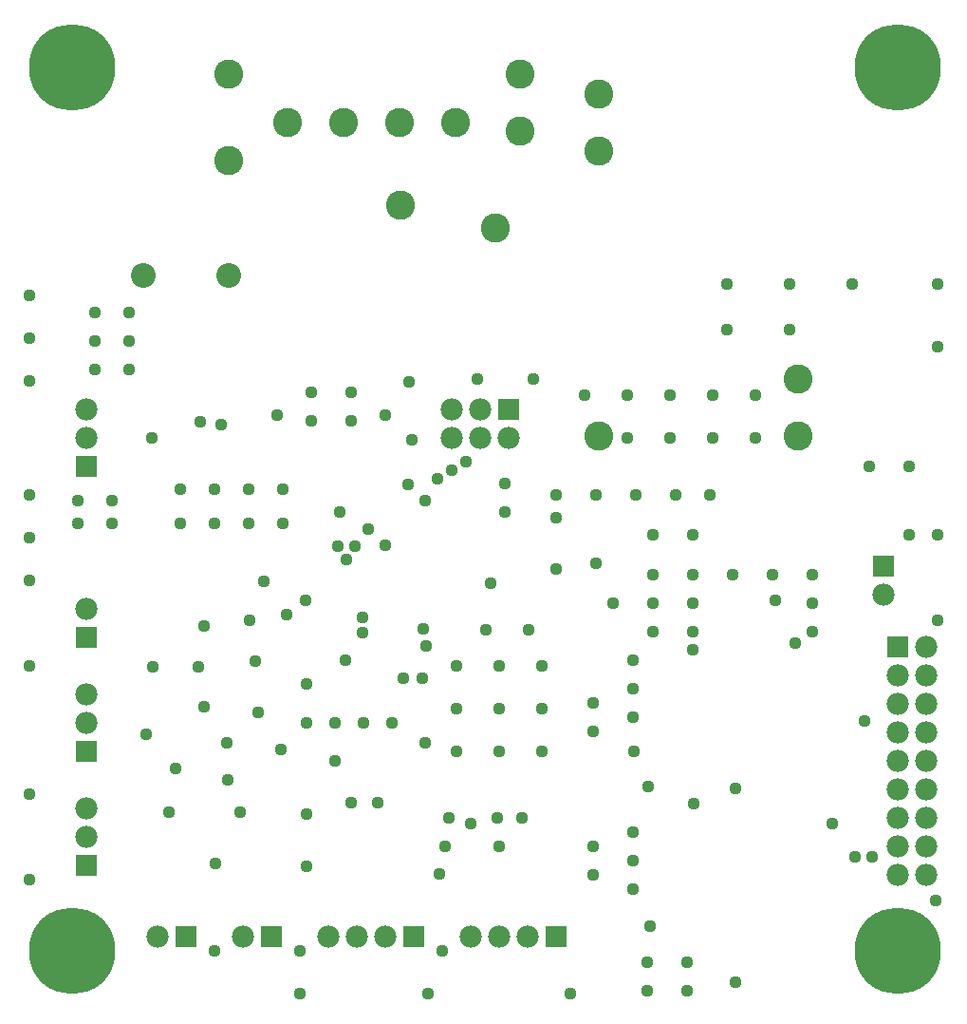
<source format=gbs>
G04*
G04 #@! TF.GenerationSoftware,Altium Limited,Altium Designer,20.0.10 (225)*
G04*
G04 Layer_Color=16711935*
%FSLAX44Y44*%
%MOMM*%
G71*
G01*
G75*
%ADD49C,2.6032*%
%ADD50C,1.9812*%
%ADD51R,1.9812X1.9812*%
%ADD52R,1.9812X1.9812*%
%ADD53C,7.7032*%
%ADD54C,2.2032*%
%ADD55C,1.1176*%
D49*
X1390650Y1238350D02*
D03*
Y1187350D02*
D03*
X1368380Y1101250D02*
D03*
X1283380Y1121250D02*
D03*
X1182710Y1194920D02*
D03*
X1232710D02*
D03*
X1282710D02*
D03*
X1332710D02*
D03*
X1460500Y1220470D02*
D03*
Y1169670D02*
D03*
Y915670D02*
D03*
X1638300D02*
D03*
Y966470D02*
D03*
X1130300Y1238250D02*
D03*
Y1161250D02*
D03*
D50*
X1003300Y660400D02*
D03*
Y685800D02*
D03*
Y584200D02*
D03*
Y558800D02*
D03*
Y914400D02*
D03*
Y939800D02*
D03*
X1380490Y914400D02*
D03*
X1355090Y939800D02*
D03*
Y914400D02*
D03*
X1329690Y939800D02*
D03*
Y914400D02*
D03*
X1397000Y469900D02*
D03*
X1371600D02*
D03*
X1346200D02*
D03*
X1270000D02*
D03*
X1244600D02*
D03*
X1219200D02*
D03*
X1143000D02*
D03*
X1066800D02*
D03*
X1714500Y774700D02*
D03*
X1003300Y762000D02*
D03*
X1752600Y524510D02*
D03*
Y549910D02*
D03*
Y575310D02*
D03*
Y600710D02*
D03*
Y626110D02*
D03*
Y651510D02*
D03*
Y676910D02*
D03*
Y702310D02*
D03*
Y727710D02*
D03*
X1727200Y524510D02*
D03*
Y549910D02*
D03*
Y575310D02*
D03*
Y600710D02*
D03*
Y626110D02*
D03*
Y651510D02*
D03*
Y676910D02*
D03*
Y702310D02*
D03*
D51*
X1003300Y635000D02*
D03*
Y533400D02*
D03*
Y889000D02*
D03*
X1714500Y800100D02*
D03*
X1003300Y736600D02*
D03*
X1727200Y727710D02*
D03*
D52*
X1380490Y939800D02*
D03*
X1422400Y469900D02*
D03*
X1295400D02*
D03*
X1168400D02*
D03*
X1092200D02*
D03*
D53*
X1727200Y457200D02*
D03*
X990600D02*
D03*
Y1244600D02*
D03*
X1727200D02*
D03*
D54*
X1130300Y1059250D02*
D03*
X1054300D02*
D03*
D55*
X1104900Y928370D02*
D03*
X1239520Y589280D02*
D03*
X1149061Y751924D02*
D03*
X1176958Y636431D02*
D03*
X1129968Y609761D02*
D03*
X1199818Y579281D02*
D03*
X1318260Y525780D02*
D03*
X1118870Y534670D02*
D03*
X1200150Y532130D02*
D03*
X1545590Y588010D02*
D03*
X1544320Y725170D02*
D03*
X1504950Y603250D02*
D03*
X1506220Y478790D02*
D03*
X1320800Y457200D02*
D03*
X1193800D02*
D03*
X1117600D02*
D03*
X1435100Y419100D02*
D03*
X1308100D02*
D03*
X1193800D02*
D03*
X1371600Y635000D02*
D03*
X1333500D02*
D03*
Y673100D02*
D03*
X1371600D02*
D03*
X1306830Y728980D02*
D03*
X1162050Y786130D02*
D03*
X1056640Y650240D02*
D03*
X1062990Y709930D02*
D03*
X1198880Y769620D02*
D03*
X1234440Y716280D02*
D03*
X1249680Y740410D02*
D03*
Y754380D02*
D03*
X1243330Y817880D02*
D03*
X1235140Y805880D02*
D03*
X1618090Y769620D02*
D03*
X1689100Y541020D02*
D03*
X1704340D02*
D03*
X1761490Y501650D02*
D03*
X1668780Y570230D02*
D03*
X1697990Y661670D02*
D03*
X1303020Y699770D02*
D03*
X1286510D02*
D03*
X1305560Y642620D02*
D03*
X1333500Y711200D02*
D03*
X1304290Y744220D02*
D03*
X1323340Y549910D02*
D03*
X1371600D02*
D03*
X1182370Y756920D02*
D03*
X1360170Y742950D02*
D03*
X1398270D02*
D03*
X1422400Y797560D02*
D03*
X1457960Y802640D02*
D03*
X1508760Y828040D02*
D03*
X1544320D02*
D03*
X1579880Y792480D02*
D03*
X1615440D02*
D03*
X1508760Y741680D02*
D03*
X1544320D02*
D03*
X1508760Y767080D02*
D03*
X1544320D02*
D03*
X1508760Y792480D02*
D03*
X1544320D02*
D03*
X1010920Y975360D02*
D03*
X1041400D02*
D03*
X1010920Y1000760D02*
D03*
X1041400D02*
D03*
X1010920Y1026160D02*
D03*
X1041400D02*
D03*
X995680Y838200D02*
D03*
X1026160D02*
D03*
X995680Y858520D02*
D03*
X1026160D02*
D03*
X1087120Y838200D02*
D03*
X1117600D02*
D03*
X1148080D02*
D03*
X1178560D02*
D03*
X1087120Y868680D02*
D03*
X1117600D02*
D03*
X1148080D02*
D03*
X1178560D02*
D03*
X1108710Y746760D02*
D03*
X952500Y787400D02*
D03*
X1503680Y421640D02*
D03*
Y447040D02*
D03*
X1409700Y635000D02*
D03*
X1263650Y589280D02*
D03*
X1200150Y694690D02*
D03*
X1409700Y673100D02*
D03*
X1200150Y660400D02*
D03*
X1371600Y711200D02*
D03*
X1409700D02*
D03*
X1083310Y619760D02*
D03*
X1129030Y642620D02*
D03*
X1108710Y674370D02*
D03*
X1156970Y669290D02*
D03*
X1103630Y709930D02*
D03*
X1154430Y715010D02*
D03*
X1701800Y889000D02*
D03*
X1737360D02*
D03*
X1562100Y914400D02*
D03*
X1600200D02*
D03*
X1485900D02*
D03*
X1524000D02*
D03*
X1562100Y952500D02*
D03*
X1600200D02*
D03*
X1524000D02*
D03*
X1485900D02*
D03*
X1492250Y635000D02*
D03*
X1490980Y716280D02*
D03*
X1455420Y524510D02*
D03*
X1342390Y892810D02*
D03*
X1316990Y877570D02*
D03*
X1329690Y885190D02*
D03*
X1290320Y872580D02*
D03*
X1490980Y537210D02*
D03*
Y562610D02*
D03*
Y511810D02*
D03*
Y690880D02*
D03*
Y665480D02*
D03*
X1455420Y678180D02*
D03*
Y652780D02*
D03*
Y549910D02*
D03*
X1582420Y429260D02*
D03*
Y601980D02*
D03*
X1346200Y570230D02*
D03*
X1276350Y660400D02*
D03*
X1327150Y575310D02*
D03*
X1391920D02*
D03*
X1370330D02*
D03*
X1225550Y626110D02*
D03*
Y660400D02*
D03*
X1250950D02*
D03*
X1270000Y818580D02*
D03*
X1635760Y731520D02*
D03*
X1363980Y784860D02*
D03*
X1294130Y912209D02*
D03*
X952500Y825500D02*
D03*
Y863600D02*
D03*
Y965200D02*
D03*
Y1003300D02*
D03*
Y1041400D02*
D03*
Y711200D02*
D03*
Y596900D02*
D03*
Y520700D02*
D03*
X1539240Y447040D02*
D03*
Y421640D02*
D03*
X1737360Y828040D02*
D03*
X1762760D02*
D03*
Y751840D02*
D03*
X1473200Y767080D02*
D03*
X1651000Y792480D02*
D03*
Y767080D02*
D03*
Y741680D02*
D03*
X1447800Y952500D02*
D03*
X1376680Y873760D02*
D03*
Y848360D02*
D03*
X1422400Y863600D02*
D03*
X1559560D02*
D03*
X1529080D02*
D03*
X1493520D02*
D03*
X1457960D02*
D03*
X1422400Y843280D02*
D03*
X1229360Y848360D02*
D03*
X1228090Y817880D02*
D03*
X1254760Y833120D02*
D03*
X1061720Y914400D02*
D03*
X1123950Y925830D02*
D03*
X1203960Y955040D02*
D03*
X1239520D02*
D03*
Y929640D02*
D03*
X1203960D02*
D03*
X1173480Y934720D02*
D03*
X1270000D02*
D03*
X1291590Y963930D02*
D03*
X1762760Y995680D02*
D03*
X1574800Y1051560D02*
D03*
X1630680D02*
D03*
X1686560D02*
D03*
X1574800Y1010920D02*
D03*
X1630680D02*
D03*
X1762760Y1051560D02*
D03*
X1305560Y858520D02*
D03*
X1402080Y966470D02*
D03*
X1352550D02*
D03*
X1140460Y580390D02*
D03*
X1076960D02*
D03*
M02*

</source>
